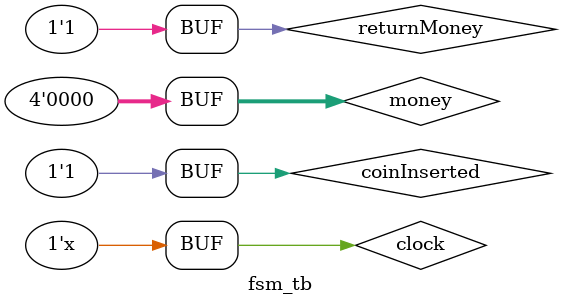
<source format=v>
`include "FSM.v"
module fsm_tb();
reg clock, coinInserted;
reg [3:0] money;
reg returnMoney;
wire [3:0] coinReturn;
wire dispense;
initial begin
clock = 0;
coinInserted = 1'b0;
money = 4'b0000;
returnMoney = 1'b0;
#10 coinInserted = 1'b1;
#10 money = 4'b0100;
#10 returnMoney = 1'b1;
#10 money = 4'b0000;
end
always
#2 clock =~ clock;
fsm U_fsm(clock, coinInserted, money, returnMoney, coinReturn, dispense);
endmodule
</source>
